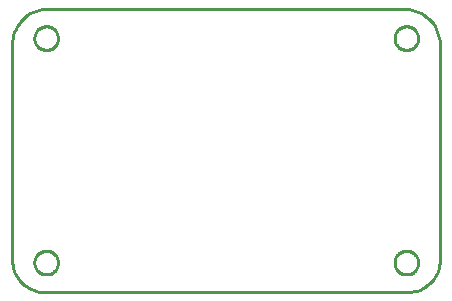
<source format=gbr>
G04 EAGLE Gerber RS-274X export*
G75*
%MOMM*%
%FSLAX34Y34*%
%LPD*%
%IN*%
%IPPOS*%
%AMOC8*
5,1,8,0,0,1.08239X$1,22.5*%
G01*
%ADD10C,0.254000*%


D10*
X21300Y60000D02*
X21623Y57613D01*
X22152Y55263D01*
X22884Y52968D01*
X23814Y50745D01*
X24933Y48612D01*
X26234Y46585D01*
X27707Y44679D01*
X29341Y42908D01*
X31122Y41287D01*
X33038Y39827D01*
X35075Y38539D01*
X37215Y37434D01*
X39444Y36520D01*
X41744Y35803D01*
X44097Y35290D01*
X46487Y34984D01*
X48894Y34887D01*
X51300Y35000D01*
X351800Y35000D01*
X354279Y34820D01*
X356764Y34857D01*
X359237Y35110D01*
X361678Y35578D01*
X364069Y36257D01*
X366392Y37141D01*
X368629Y38225D01*
X370763Y39500D01*
X372778Y40955D01*
X374658Y42581D01*
X376389Y44365D01*
X377959Y46292D01*
X379354Y48349D01*
X380565Y50520D01*
X381582Y52788D01*
X382397Y55136D01*
X383005Y57546D01*
X383400Y60000D01*
X383400Y245000D01*
X383213Y247681D01*
X382793Y250336D01*
X382143Y252944D01*
X381269Y255486D01*
X380176Y257942D01*
X378874Y260293D01*
X377371Y262521D01*
X375680Y264611D01*
X373813Y266545D01*
X371785Y268308D01*
X369611Y269889D01*
X367307Y271274D01*
X364892Y272452D01*
X362382Y273416D01*
X359799Y274158D01*
X357161Y274671D01*
X354487Y274953D01*
X351800Y275000D01*
X51300Y275000D01*
X48685Y274886D01*
X46091Y274544D01*
X43535Y273978D01*
X41039Y273191D01*
X38621Y272189D01*
X36300Y270981D01*
X34093Y269575D01*
X32016Y267981D01*
X30087Y266213D01*
X28319Y264284D01*
X26725Y262207D01*
X25319Y260000D01*
X24111Y257679D01*
X23109Y255261D01*
X22322Y252765D01*
X21756Y250209D01*
X21414Y247615D01*
X21300Y245000D01*
X21300Y60000D01*
X60000Y249563D02*
X59924Y248694D01*
X59772Y247834D01*
X59546Y246990D01*
X59248Y246170D01*
X58879Y245378D01*
X58442Y244622D01*
X57941Y243907D01*
X57380Y243238D01*
X56762Y242620D01*
X56093Y242059D01*
X55378Y241558D01*
X54622Y241121D01*
X53830Y240752D01*
X53010Y240454D01*
X52166Y240228D01*
X51307Y240076D01*
X50437Y240000D01*
X49563Y240000D01*
X48694Y240076D01*
X47834Y240228D01*
X46990Y240454D01*
X46170Y240752D01*
X45378Y241121D01*
X44622Y241558D01*
X43907Y242059D01*
X43238Y242620D01*
X42620Y243238D01*
X42059Y243907D01*
X41558Y244622D01*
X41121Y245378D01*
X40752Y246170D01*
X40454Y246990D01*
X40228Y247834D01*
X40076Y248694D01*
X40000Y249563D01*
X40000Y250437D01*
X40076Y251307D01*
X40228Y252166D01*
X40454Y253010D01*
X40752Y253830D01*
X41121Y254622D01*
X41558Y255378D01*
X42059Y256093D01*
X42620Y256762D01*
X43238Y257380D01*
X43907Y257941D01*
X44622Y258442D01*
X45378Y258879D01*
X46170Y259248D01*
X46990Y259546D01*
X47834Y259772D01*
X48694Y259924D01*
X49563Y260000D01*
X50437Y260000D01*
X51307Y259924D01*
X52166Y259772D01*
X53010Y259546D01*
X53830Y259248D01*
X54622Y258879D01*
X55378Y258442D01*
X56093Y257941D01*
X56762Y257380D01*
X57380Y256762D01*
X57941Y256093D01*
X58442Y255378D01*
X58879Y254622D01*
X59248Y253830D01*
X59546Y253010D01*
X59772Y252166D01*
X59924Y251307D01*
X60000Y250437D01*
X60000Y249563D01*
X60000Y59563D02*
X59924Y58694D01*
X59772Y57834D01*
X59546Y56990D01*
X59248Y56170D01*
X58879Y55378D01*
X58442Y54622D01*
X57941Y53907D01*
X57380Y53238D01*
X56762Y52620D01*
X56093Y52059D01*
X55378Y51558D01*
X54622Y51121D01*
X53830Y50752D01*
X53010Y50454D01*
X52166Y50228D01*
X51307Y50076D01*
X50437Y50000D01*
X49563Y50000D01*
X48694Y50076D01*
X47834Y50228D01*
X46990Y50454D01*
X46170Y50752D01*
X45378Y51121D01*
X44622Y51558D01*
X43907Y52059D01*
X43238Y52620D01*
X42620Y53238D01*
X42059Y53907D01*
X41558Y54622D01*
X41121Y55378D01*
X40752Y56170D01*
X40454Y56990D01*
X40228Y57834D01*
X40076Y58694D01*
X40000Y59563D01*
X40000Y60437D01*
X40076Y61307D01*
X40228Y62166D01*
X40454Y63010D01*
X40752Y63830D01*
X41121Y64622D01*
X41558Y65378D01*
X42059Y66093D01*
X42620Y66762D01*
X43238Y67380D01*
X43907Y67941D01*
X44622Y68442D01*
X45378Y68879D01*
X46170Y69248D01*
X46990Y69546D01*
X47834Y69772D01*
X48694Y69924D01*
X49563Y70000D01*
X50437Y70000D01*
X51307Y69924D01*
X52166Y69772D01*
X53010Y69546D01*
X53830Y69248D01*
X54622Y68879D01*
X55378Y68442D01*
X56093Y67941D01*
X56762Y67380D01*
X57380Y66762D01*
X57941Y66093D01*
X58442Y65378D01*
X58879Y64622D01*
X59248Y63830D01*
X59546Y63010D01*
X59772Y62166D01*
X59924Y61307D01*
X60000Y60437D01*
X60000Y59563D01*
X365000Y59563D02*
X364924Y58694D01*
X364772Y57834D01*
X364546Y56990D01*
X364248Y56170D01*
X363879Y55378D01*
X363442Y54622D01*
X362941Y53907D01*
X362380Y53238D01*
X361762Y52620D01*
X361093Y52059D01*
X360378Y51558D01*
X359622Y51121D01*
X358830Y50752D01*
X358010Y50454D01*
X357166Y50228D01*
X356307Y50076D01*
X355437Y50000D01*
X354563Y50000D01*
X353694Y50076D01*
X352834Y50228D01*
X351990Y50454D01*
X351170Y50752D01*
X350378Y51121D01*
X349622Y51558D01*
X348907Y52059D01*
X348238Y52620D01*
X347620Y53238D01*
X347059Y53907D01*
X346558Y54622D01*
X346121Y55378D01*
X345752Y56170D01*
X345454Y56990D01*
X345228Y57834D01*
X345076Y58694D01*
X345000Y59563D01*
X345000Y60437D01*
X345076Y61307D01*
X345228Y62166D01*
X345454Y63010D01*
X345752Y63830D01*
X346121Y64622D01*
X346558Y65378D01*
X347059Y66093D01*
X347620Y66762D01*
X348238Y67380D01*
X348907Y67941D01*
X349622Y68442D01*
X350378Y68879D01*
X351170Y69248D01*
X351990Y69546D01*
X352834Y69772D01*
X353694Y69924D01*
X354563Y70000D01*
X355437Y70000D01*
X356307Y69924D01*
X357166Y69772D01*
X358010Y69546D01*
X358830Y69248D01*
X359622Y68879D01*
X360378Y68442D01*
X361093Y67941D01*
X361762Y67380D01*
X362380Y66762D01*
X362941Y66093D01*
X363442Y65378D01*
X363879Y64622D01*
X364248Y63830D01*
X364546Y63010D01*
X364772Y62166D01*
X364924Y61307D01*
X365000Y60437D01*
X365000Y59563D01*
X365000Y249563D02*
X364924Y248694D01*
X364772Y247834D01*
X364546Y246990D01*
X364248Y246170D01*
X363879Y245378D01*
X363442Y244622D01*
X362941Y243907D01*
X362380Y243238D01*
X361762Y242620D01*
X361093Y242059D01*
X360378Y241558D01*
X359622Y241121D01*
X358830Y240752D01*
X358010Y240454D01*
X357166Y240228D01*
X356307Y240076D01*
X355437Y240000D01*
X354563Y240000D01*
X353694Y240076D01*
X352834Y240228D01*
X351990Y240454D01*
X351170Y240752D01*
X350378Y241121D01*
X349622Y241558D01*
X348907Y242059D01*
X348238Y242620D01*
X347620Y243238D01*
X347059Y243907D01*
X346558Y244622D01*
X346121Y245378D01*
X345752Y246170D01*
X345454Y246990D01*
X345228Y247834D01*
X345076Y248694D01*
X345000Y249563D01*
X345000Y250437D01*
X345076Y251307D01*
X345228Y252166D01*
X345454Y253010D01*
X345752Y253830D01*
X346121Y254622D01*
X346558Y255378D01*
X347059Y256093D01*
X347620Y256762D01*
X348238Y257380D01*
X348907Y257941D01*
X349622Y258442D01*
X350378Y258879D01*
X351170Y259248D01*
X351990Y259546D01*
X352834Y259772D01*
X353694Y259924D01*
X354563Y260000D01*
X355437Y260000D01*
X356307Y259924D01*
X357166Y259772D01*
X358010Y259546D01*
X358830Y259248D01*
X359622Y258879D01*
X360378Y258442D01*
X361093Y257941D01*
X361762Y257380D01*
X362380Y256762D01*
X362941Y256093D01*
X363442Y255378D01*
X363879Y254622D01*
X364248Y253830D01*
X364546Y253010D01*
X364772Y252166D01*
X364924Y251307D01*
X365000Y250437D01*
X365000Y249563D01*
M02*

</source>
